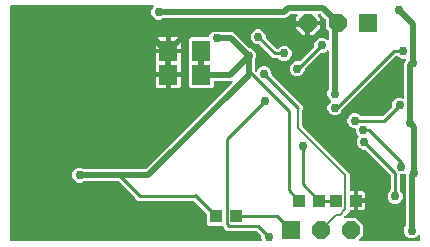
<source format=gbr>
G04 EAGLE Gerber RS-274X export*
G75*
%MOMM*%
%FSLAX34Y34*%
%LPD*%
%INBottom Copper*%
%IPPOS*%
%AMOC8*
5,1,8,0,0,1.08239X$1,22.5*%
G01*
%ADD10R,1.524000X1.524000*%
%ADD11P,1.649562X8X22.500000*%
%ADD12R,1.000000X1.100000*%
%ADD13P,1.649562X8X202.500000*%
%ADD14R,1.600000X1.800000*%
%ADD15C,0.756400*%
%ADD16C,0.254000*%
%ADD17C,0.508000*%
%ADD18C,0.304800*%
%ADD19C,0.200000*%

G36*
X222368Y10177D02*
X222368Y10177D01*
X222487Y10189D01*
X222508Y10197D01*
X222530Y10201D01*
X222638Y10249D01*
X222749Y10293D01*
X222767Y10307D01*
X222787Y10317D01*
X222877Y10394D01*
X222971Y10467D01*
X222984Y10485D01*
X223002Y10500D01*
X223067Y10600D01*
X223136Y10696D01*
X223144Y10717D01*
X223156Y10736D01*
X223191Y10849D01*
X223230Y10961D01*
X223232Y10984D01*
X223238Y11006D01*
X223240Y11124D01*
X223247Y11243D01*
X223242Y11264D01*
X223242Y11288D01*
X223192Y11467D01*
X223174Y11542D01*
X222677Y12742D01*
X222677Y14520D01*
X222664Y14615D01*
X222659Y14711D01*
X222644Y14754D01*
X222637Y14799D01*
X222598Y14886D01*
X222566Y14977D01*
X222541Y15012D01*
X222521Y15056D01*
X222438Y15153D01*
X222385Y15226D01*
X219008Y18603D01*
X218931Y18660D01*
X218860Y18725D01*
X218819Y18745D01*
X218783Y18772D01*
X218693Y18806D01*
X218606Y18848D01*
X218564Y18854D01*
X218519Y18871D01*
X218391Y18881D01*
X218302Y18895D01*
X193764Y18895D01*
X191239Y21420D01*
X189993Y22667D01*
X189916Y22724D01*
X189845Y22789D01*
X189804Y22809D01*
X189767Y22836D01*
X189677Y22870D01*
X189591Y22912D01*
X189549Y22918D01*
X189503Y22935D01*
X189376Y22945D01*
X189286Y22959D01*
X178448Y22959D01*
X176959Y24448D01*
X176959Y32378D01*
X176946Y32473D01*
X176941Y32570D01*
X176926Y32613D01*
X176919Y32658D01*
X176880Y32745D01*
X176848Y32836D01*
X176823Y32870D01*
X176803Y32915D01*
X176720Y33012D01*
X176667Y33085D01*
X165855Y43897D01*
X165778Y43954D01*
X165707Y44019D01*
X165666Y44039D01*
X165629Y44066D01*
X165539Y44100D01*
X165453Y44142D01*
X165411Y44148D01*
X165366Y44165D01*
X165238Y44175D01*
X165148Y44189D01*
X118422Y44189D01*
X115897Y46714D01*
X101984Y60627D01*
X101907Y60684D01*
X101836Y60749D01*
X101795Y60769D01*
X101759Y60796D01*
X101669Y60830D01*
X101582Y60872D01*
X101540Y60878D01*
X101495Y60895D01*
X101367Y60905D01*
X101278Y60919D01*
X73275Y60919D01*
X73180Y60906D01*
X73084Y60901D01*
X73041Y60886D01*
X72996Y60879D01*
X72908Y60840D01*
X72817Y60808D01*
X72783Y60783D01*
X72739Y60763D01*
X72641Y60680D01*
X72593Y60645D01*
X70258Y59677D01*
X67742Y59677D01*
X65418Y60640D01*
X63640Y62418D01*
X62677Y64742D01*
X62677Y67258D01*
X63640Y69582D01*
X65418Y71360D01*
X67742Y72323D01*
X70258Y72323D01*
X72591Y71356D01*
X72645Y71316D01*
X72716Y71251D01*
X72757Y71231D01*
X72794Y71204D01*
X72884Y71170D01*
X72970Y71128D01*
X73012Y71122D01*
X73058Y71105D01*
X73185Y71095D01*
X73275Y71081D01*
X124482Y71081D01*
X124577Y71094D01*
X124673Y71099D01*
X124716Y71114D01*
X124761Y71121D01*
X124848Y71160D01*
X124939Y71192D01*
X124974Y71217D01*
X125018Y71237D01*
X125115Y71320D01*
X125188Y71373D01*
X198108Y144293D01*
X198160Y144362D01*
X198219Y144426D01*
X198244Y144475D01*
X198277Y144518D01*
X198308Y144600D01*
X198347Y144677D01*
X198357Y144731D01*
X198376Y144782D01*
X198383Y144869D01*
X198399Y144954D01*
X198394Y145009D01*
X198398Y145063D01*
X198380Y145148D01*
X198372Y145235D01*
X198352Y145286D01*
X198341Y145340D01*
X198300Y145416D01*
X198268Y145497D01*
X198234Y145540D01*
X198208Y145589D01*
X198148Y145651D01*
X198094Y145719D01*
X198050Y145751D01*
X198011Y145791D01*
X197936Y145833D01*
X197865Y145884D01*
X197814Y145903D01*
X197766Y145930D01*
X197681Y145950D01*
X197600Y145979D01*
X197545Y145982D01*
X197492Y145995D01*
X197405Y145990D01*
X197318Y145995D01*
X197269Y145983D01*
X197210Y145980D01*
X197102Y145943D01*
X197019Y145923D01*
X197011Y145919D01*
X183540Y145919D01*
X183476Y145910D01*
X183412Y145911D01*
X183337Y145890D01*
X183261Y145879D01*
X183202Y145853D01*
X183140Y145836D01*
X183074Y145795D01*
X183004Y145763D01*
X182955Y145721D01*
X182900Y145688D01*
X182848Y145630D01*
X182790Y145580D01*
X182754Y145526D01*
X182711Y145478D01*
X182678Y145409D01*
X182635Y145344D01*
X182616Y145282D01*
X182588Y145225D01*
X182577Y145155D01*
X182553Y145074D01*
X182552Y144989D01*
X182541Y144920D01*
X182541Y140948D01*
X181052Y139459D01*
X162948Y139459D01*
X161459Y140948D01*
X161459Y181052D01*
X162948Y182541D01*
X177736Y182541D01*
X177800Y182550D01*
X177864Y182549D01*
X177939Y182570D01*
X178015Y182581D01*
X178074Y182607D01*
X178136Y182624D01*
X178202Y182665D01*
X178272Y182697D01*
X178321Y182739D01*
X178376Y182772D01*
X178428Y182830D01*
X178487Y182880D01*
X178522Y182934D01*
X178565Y182982D01*
X178599Y183051D01*
X178641Y183116D01*
X178660Y183178D01*
X178688Y183235D01*
X178699Y183305D01*
X178720Y183374D01*
X179698Y185736D01*
X181476Y187514D01*
X183800Y188477D01*
X186316Y188477D01*
X188650Y187510D01*
X188703Y187470D01*
X188775Y187405D01*
X188816Y187385D01*
X188852Y187358D01*
X188942Y187324D01*
X189028Y187282D01*
X189070Y187276D01*
X189116Y187259D01*
X189243Y187249D01*
X189333Y187235D01*
X197857Y187235D01*
X199724Y186461D01*
X212570Y173615D01*
X212647Y173558D01*
X212718Y173493D01*
X212759Y173473D01*
X212795Y173446D01*
X212885Y173412D01*
X212972Y173370D01*
X213014Y173364D01*
X213059Y173347D01*
X213187Y173337D01*
X213246Y173327D01*
X215582Y172360D01*
X217360Y170582D01*
X218323Y168258D01*
X218323Y165742D01*
X217356Y163409D01*
X217316Y163355D01*
X217251Y163284D01*
X217231Y163243D01*
X217204Y163206D01*
X217170Y163116D01*
X217128Y163030D01*
X217122Y162988D01*
X217105Y162942D01*
X217095Y162815D01*
X217081Y162725D01*
X217081Y154722D01*
X217094Y154627D01*
X217099Y154531D01*
X217114Y154488D01*
X217121Y154443D01*
X217160Y154356D01*
X217192Y154265D01*
X217217Y154230D01*
X217237Y154186D01*
X217320Y154089D01*
X217373Y154016D01*
X217460Y153929D01*
X217555Y153858D01*
X217646Y153783D01*
X217667Y153774D01*
X217686Y153760D01*
X217797Y153718D01*
X217905Y153671D01*
X217928Y153668D01*
X217949Y153660D01*
X218068Y153651D01*
X218185Y153637D01*
X218208Y153640D01*
X218231Y153639D01*
X218347Y153663D01*
X218464Y153682D01*
X218484Y153692D01*
X218507Y153696D01*
X218612Y153752D01*
X218718Y153803D01*
X218735Y153818D01*
X218756Y153829D01*
X218841Y153911D01*
X218929Y153990D01*
X218941Y154009D01*
X218958Y154025D01*
X219050Y154188D01*
X219090Y154253D01*
X219640Y155582D01*
X221418Y157360D01*
X223742Y158323D01*
X226258Y158323D01*
X228582Y157360D01*
X230360Y155582D01*
X231323Y153258D01*
X231323Y151480D01*
X231336Y151385D01*
X231341Y151289D01*
X231356Y151246D01*
X231363Y151201D01*
X231402Y151114D01*
X231434Y151023D01*
X231459Y150988D01*
X231479Y150944D01*
X231562Y150847D01*
X231615Y150774D01*
X257811Y124578D01*
X257811Y121414D01*
X257776Y121367D01*
X257711Y121296D01*
X257691Y121255D01*
X257664Y121219D01*
X257630Y121129D01*
X257588Y121042D01*
X257582Y121000D01*
X257565Y120955D01*
X257555Y120827D01*
X257541Y120738D01*
X257541Y107799D01*
X257554Y107704D01*
X257559Y107607D01*
X257574Y107564D01*
X257581Y107519D01*
X257620Y107432D01*
X257652Y107341D01*
X257677Y107307D01*
X257697Y107262D01*
X257780Y107165D01*
X257833Y107092D01*
X295174Y69751D01*
X297541Y67385D01*
X297541Y53340D01*
X297550Y53276D01*
X297549Y53212D01*
X297570Y53137D01*
X297581Y53061D01*
X297607Y53002D01*
X297624Y52940D01*
X297665Y52874D01*
X297697Y52804D01*
X297739Y52755D01*
X297772Y52700D01*
X297830Y52648D01*
X297880Y52590D01*
X297934Y52554D01*
X297982Y52511D01*
X298051Y52478D01*
X298116Y52435D01*
X298178Y52416D01*
X298235Y52388D01*
X298305Y52377D01*
X298386Y52353D01*
X298471Y52352D01*
X298540Y52341D01*
X301001Y52341D01*
X301001Y45300D01*
X301010Y45236D01*
X301009Y45172D01*
X301030Y45098D01*
X301041Y45021D01*
X301067Y44962D01*
X301084Y44900D01*
X301125Y44834D01*
X301157Y44764D01*
X301199Y44715D01*
X301232Y44660D01*
X301290Y44609D01*
X301340Y44550D01*
X301394Y44514D01*
X301442Y44471D01*
X301511Y44438D01*
X301576Y44395D01*
X301638Y44376D01*
X301695Y44348D01*
X301765Y44338D01*
X301846Y44313D01*
X301931Y44312D01*
X302000Y44301D01*
X303001Y44301D01*
X303001Y44299D01*
X302000Y44299D01*
X301936Y44290D01*
X301872Y44291D01*
X301797Y44270D01*
X301721Y44259D01*
X301662Y44233D01*
X301600Y44216D01*
X301534Y44175D01*
X301464Y44143D01*
X301415Y44101D01*
X301360Y44068D01*
X301308Y44010D01*
X301250Y43960D01*
X301214Y43906D01*
X301171Y43858D01*
X301138Y43789D01*
X301095Y43724D01*
X301076Y43662D01*
X301048Y43604D01*
X301038Y43535D01*
X301013Y43454D01*
X301012Y43369D01*
X301001Y43300D01*
X301001Y36259D01*
X298540Y36259D01*
X298476Y36250D01*
X298412Y36251D01*
X298337Y36230D01*
X298261Y36219D01*
X298202Y36193D01*
X298140Y36176D01*
X298074Y36135D01*
X298004Y36103D01*
X297955Y36061D01*
X297900Y36028D01*
X297848Y35970D01*
X297790Y35920D01*
X297754Y35866D01*
X297711Y35818D01*
X297678Y35749D01*
X297635Y35684D01*
X297616Y35622D01*
X297604Y35596D01*
X295174Y33167D01*
X293274Y31267D01*
X293255Y31241D01*
X293230Y31220D01*
X293170Y31128D01*
X293105Y31041D01*
X293093Y31011D01*
X293076Y30984D01*
X293044Y30879D01*
X293005Y30777D01*
X293003Y30745D01*
X292993Y30714D01*
X292992Y30605D01*
X292983Y30496D01*
X292990Y30464D01*
X292989Y30432D01*
X293019Y30327D01*
X293041Y30220D01*
X293056Y30191D01*
X293065Y30160D01*
X293122Y30067D01*
X293173Y29971D01*
X293196Y29948D01*
X293213Y29920D01*
X293294Y29847D01*
X293370Y29769D01*
X293398Y29753D01*
X293422Y29731D01*
X293520Y29684D01*
X293616Y29630D01*
X293647Y29622D01*
X293676Y29608D01*
X293765Y29594D01*
X293890Y29565D01*
X293938Y29567D01*
X293980Y29561D01*
X302709Y29561D01*
X308661Y23609D01*
X308661Y15191D01*
X305336Y11867D01*
X305317Y11841D01*
X305292Y11820D01*
X305232Y11728D01*
X305167Y11641D01*
X305155Y11611D01*
X305138Y11584D01*
X305106Y11479D01*
X305067Y11377D01*
X305065Y11345D01*
X305055Y11314D01*
X305054Y11205D01*
X305045Y11096D01*
X305052Y11064D01*
X305052Y11032D01*
X305081Y10927D01*
X305103Y10820D01*
X305118Y10791D01*
X305127Y10760D01*
X305184Y10667D01*
X305235Y10571D01*
X305258Y10548D01*
X305275Y10520D01*
X305356Y10447D01*
X305432Y10369D01*
X305460Y10353D01*
X305484Y10331D01*
X305582Y10284D01*
X305678Y10230D01*
X305709Y10222D01*
X305738Y10208D01*
X305827Y10194D01*
X305952Y10165D01*
X306001Y10167D01*
X306043Y10161D01*
X356040Y10161D01*
X356104Y10170D01*
X356168Y10169D01*
X356243Y10190D01*
X356319Y10201D01*
X356378Y10227D01*
X356440Y10244D01*
X356506Y10285D01*
X356576Y10317D01*
X356625Y10359D01*
X356680Y10392D01*
X356732Y10450D01*
X356790Y10500D01*
X356826Y10554D01*
X356869Y10602D01*
X356902Y10671D01*
X356945Y10736D01*
X356964Y10798D01*
X356992Y10855D01*
X357003Y10925D01*
X357027Y11006D01*
X357028Y11091D01*
X357039Y11160D01*
X357039Y14685D01*
X357035Y14717D01*
X357037Y14749D01*
X357015Y14856D01*
X356999Y14964D01*
X356986Y14994D01*
X356980Y15025D01*
X356928Y15122D01*
X356883Y15221D01*
X356862Y15246D01*
X356847Y15274D01*
X356771Y15353D01*
X356700Y15436D01*
X356673Y15453D01*
X356650Y15476D01*
X356555Y15530D01*
X356464Y15590D01*
X356433Y15600D01*
X356405Y15615D01*
X356299Y15641D01*
X356194Y15672D01*
X356162Y15673D01*
X356131Y15680D01*
X356021Y15675D01*
X355912Y15676D01*
X355881Y15668D01*
X355849Y15666D01*
X355746Y15630D01*
X355640Y15601D01*
X355613Y15584D01*
X355582Y15574D01*
X355509Y15520D01*
X355400Y15453D01*
X355368Y15417D01*
X355333Y15392D01*
X353582Y13640D01*
X351258Y12677D01*
X348742Y12677D01*
X346418Y13640D01*
X344640Y15418D01*
X343677Y17742D01*
X343677Y20258D01*
X344644Y22591D01*
X344684Y22645D01*
X344749Y22716D01*
X344769Y22757D01*
X344796Y22794D01*
X344830Y22884D01*
X344872Y22970D01*
X344878Y23012D01*
X344895Y23058D01*
X344905Y23185D01*
X344919Y23275D01*
X344919Y66284D01*
X344903Y66402D01*
X344891Y66520D01*
X344883Y66541D01*
X344879Y66563D01*
X344831Y66671D01*
X344787Y66782D01*
X344773Y66800D01*
X344763Y66820D01*
X344686Y66910D01*
X344613Y67004D01*
X344595Y67017D01*
X344580Y67035D01*
X344480Y67100D01*
X344384Y67169D01*
X344363Y67177D01*
X344344Y67189D01*
X344230Y67224D01*
X344119Y67264D01*
X344096Y67265D01*
X344074Y67272D01*
X343956Y67273D01*
X343837Y67280D01*
X343816Y67275D01*
X343792Y67275D01*
X343613Y67226D01*
X343538Y67207D01*
X342258Y66677D01*
X340810Y66677D01*
X340746Y66668D01*
X340682Y66669D01*
X340607Y66648D01*
X340531Y66637D01*
X340472Y66611D01*
X340410Y66594D01*
X340344Y66553D01*
X340274Y66521D01*
X340225Y66479D01*
X340170Y66446D01*
X340118Y66388D01*
X340060Y66338D01*
X340024Y66284D01*
X339981Y66236D01*
X339948Y66167D01*
X339905Y66102D01*
X339886Y66040D01*
X339858Y65983D01*
X339847Y65913D01*
X339823Y65832D01*
X339822Y65747D01*
X339811Y65678D01*
X339811Y53545D01*
X339824Y53450D01*
X339829Y53354D01*
X339844Y53311D01*
X339851Y53266D01*
X339890Y53178D01*
X339922Y53087D01*
X339947Y53053D01*
X339967Y53009D01*
X340050Y52911D01*
X340103Y52838D01*
X341360Y51582D01*
X342323Y49258D01*
X342323Y46742D01*
X341360Y44418D01*
X339582Y42640D01*
X337258Y41677D01*
X334742Y41677D01*
X332418Y42640D01*
X330640Y44418D01*
X329677Y46742D01*
X329677Y49258D01*
X330640Y51582D01*
X331897Y52838D01*
X331954Y52915D01*
X332019Y52986D01*
X332039Y53027D01*
X332066Y53064D01*
X332100Y53154D01*
X332142Y53240D01*
X332148Y53282D01*
X332165Y53328D01*
X332175Y53455D01*
X332189Y53545D01*
X332189Y66008D01*
X332176Y66103D01*
X332171Y66199D01*
X332156Y66242D01*
X332149Y66287D01*
X332110Y66374D01*
X332078Y66465D01*
X332053Y66500D01*
X332033Y66544D01*
X331950Y66641D01*
X331897Y66714D01*
X311226Y87385D01*
X311149Y87442D01*
X311078Y87507D01*
X311037Y87527D01*
X311001Y87554D01*
X310911Y87588D01*
X310824Y87630D01*
X310782Y87636D01*
X310737Y87653D01*
X310609Y87663D01*
X310520Y87677D01*
X308742Y87677D01*
X306418Y88640D01*
X304640Y90418D01*
X303677Y92742D01*
X303677Y95258D01*
X304640Y97582D01*
X304852Y97793D01*
X304890Y97845D01*
X304936Y97890D01*
X304975Y97957D01*
X305021Y98019D01*
X305044Y98079D01*
X305075Y98135D01*
X305093Y98210D01*
X305121Y98283D01*
X305126Y98347D01*
X305140Y98410D01*
X305136Y98487D01*
X305142Y98564D01*
X305129Y98627D01*
X305126Y98691D01*
X305101Y98764D01*
X305085Y98840D01*
X305055Y98897D01*
X305033Y98958D01*
X304992Y99014D01*
X304952Y99089D01*
X304893Y99150D01*
X304852Y99207D01*
X303640Y100418D01*
X302677Y102742D01*
X302677Y104678D01*
X302668Y104742D01*
X302669Y104806D01*
X302648Y104881D01*
X302637Y104957D01*
X302611Y105016D01*
X302594Y105078D01*
X302553Y105144D01*
X302521Y105214D01*
X302479Y105263D01*
X302446Y105318D01*
X302388Y105370D01*
X302338Y105428D01*
X302284Y105464D01*
X302236Y105507D01*
X302167Y105540D01*
X302102Y105583D01*
X302040Y105602D01*
X301983Y105630D01*
X301913Y105641D01*
X301832Y105665D01*
X301747Y105666D01*
X301678Y105677D01*
X300742Y105677D01*
X298418Y106640D01*
X296640Y108418D01*
X295677Y110742D01*
X295677Y113258D01*
X296640Y115582D01*
X298418Y117360D01*
X300742Y118323D01*
X303258Y118323D01*
X305582Y117360D01*
X306838Y116103D01*
X306915Y116046D01*
X306986Y115981D01*
X307027Y115961D01*
X307064Y115934D01*
X307154Y115900D01*
X307240Y115858D01*
X307282Y115852D01*
X307328Y115835D01*
X307455Y115825D01*
X307545Y115811D01*
X325008Y115811D01*
X325103Y115824D01*
X325199Y115829D01*
X325242Y115844D01*
X325287Y115851D01*
X325374Y115890D01*
X325465Y115922D01*
X325500Y115947D01*
X325544Y115967D01*
X325641Y116050D01*
X325714Y116103D01*
X333385Y123774D01*
X333442Y123851D01*
X333507Y123922D01*
X333527Y123963D01*
X333554Y123999D01*
X333588Y124089D01*
X333630Y124176D01*
X333636Y124218D01*
X333653Y124263D01*
X333663Y124391D01*
X333677Y124480D01*
X333677Y126258D01*
X334640Y128582D01*
X336418Y130360D01*
X338742Y131323D01*
X341258Y131323D01*
X342538Y130793D01*
X342652Y130763D01*
X342766Y130728D01*
X342789Y130728D01*
X342811Y130722D01*
X342929Y130726D01*
X343048Y130725D01*
X343070Y130731D01*
X343093Y130732D01*
X343205Y130768D01*
X343320Y130800D01*
X343339Y130812D01*
X343361Y130819D01*
X343459Y130886D01*
X343560Y130948D01*
X343575Y130965D01*
X343594Y130978D01*
X343669Y131069D01*
X343749Y131157D01*
X343759Y131178D01*
X343773Y131196D01*
X343820Y131305D01*
X343872Y131411D01*
X343875Y131432D01*
X343885Y131455D01*
X343907Y131639D01*
X343919Y131716D01*
X343919Y160011D01*
X344601Y161657D01*
X344612Y161697D01*
X344630Y161735D01*
X344643Y161819D01*
X344665Y161893D01*
X344665Y161908D01*
X344671Y161930D01*
X344669Y161989D01*
X344677Y162039D01*
X344677Y162258D01*
X345107Y163296D01*
X345137Y163410D01*
X345171Y163524D01*
X345172Y163547D01*
X345177Y163569D01*
X345173Y163687D01*
X345175Y163806D01*
X345169Y163828D01*
X345168Y163851D01*
X345132Y163963D01*
X345100Y164078D01*
X345088Y164097D01*
X345081Y164119D01*
X345014Y164217D01*
X344952Y164318D01*
X344935Y164333D01*
X344922Y164352D01*
X344830Y164427D01*
X344742Y164507D01*
X344722Y164517D01*
X344704Y164531D01*
X344595Y164578D01*
X344489Y164630D01*
X344467Y164633D01*
X344445Y164643D01*
X344260Y164665D01*
X344184Y164677D01*
X341742Y164677D01*
X339418Y165640D01*
X338162Y166897D01*
X338085Y166954D01*
X338014Y167019D01*
X337973Y167039D01*
X337936Y167066D01*
X337846Y167100D01*
X337760Y167142D01*
X337718Y167148D01*
X337672Y167165D01*
X337545Y167175D01*
X337455Y167189D01*
X336992Y167189D01*
X336897Y167176D01*
X336801Y167171D01*
X336758Y167156D01*
X336713Y167149D01*
X336626Y167110D01*
X336535Y167078D01*
X336500Y167053D01*
X336456Y167033D01*
X336359Y166950D01*
X336286Y166897D01*
X291599Y122209D01*
X291574Y122176D01*
X291542Y122148D01*
X291498Y122075D01*
X291429Y121984D01*
X291408Y121929D01*
X291382Y121885D01*
X290360Y119418D01*
X288582Y117640D01*
X286258Y116677D01*
X283742Y116677D01*
X281418Y117640D01*
X279640Y119418D01*
X278677Y121742D01*
X278677Y124258D01*
X279640Y126582D01*
X281352Y128293D01*
X281390Y128345D01*
X281436Y128390D01*
X281475Y128457D01*
X281521Y128519D01*
X281544Y128579D01*
X281575Y128635D01*
X281593Y128710D01*
X281621Y128783D01*
X281626Y128847D01*
X281640Y128910D01*
X281636Y128987D01*
X281642Y129064D01*
X281629Y129127D01*
X281626Y129191D01*
X281601Y129264D01*
X281585Y129340D01*
X281555Y129397D01*
X281533Y129458D01*
X281492Y129514D01*
X281452Y129589D01*
X281393Y129650D01*
X281352Y129707D01*
X279640Y131418D01*
X278677Y133742D01*
X278677Y136258D01*
X279644Y138591D01*
X279684Y138645D01*
X279749Y138716D01*
X279769Y138757D01*
X279796Y138794D01*
X279830Y138884D01*
X279872Y138970D01*
X279878Y139012D01*
X279895Y139058D01*
X279905Y139185D01*
X279919Y139275D01*
X279919Y170565D01*
X279915Y170597D01*
X279917Y170629D01*
X279895Y170736D01*
X279879Y170844D01*
X279866Y170874D01*
X279860Y170905D01*
X279808Y171002D01*
X279763Y171101D01*
X279742Y171126D01*
X279727Y171154D01*
X279651Y171233D01*
X279580Y171316D01*
X279553Y171333D01*
X279530Y171356D01*
X279435Y171410D01*
X279344Y171470D01*
X279313Y171480D01*
X279285Y171495D01*
X279179Y171521D01*
X279074Y171552D01*
X279042Y171553D01*
X279011Y171560D01*
X278901Y171555D01*
X278792Y171556D01*
X278761Y171548D01*
X278729Y171546D01*
X278626Y171510D01*
X278520Y171481D01*
X278493Y171464D01*
X278462Y171454D01*
X278389Y171400D01*
X278280Y171333D01*
X278248Y171297D01*
X278213Y171272D01*
X277582Y170640D01*
X275258Y169677D01*
X273480Y169677D01*
X273385Y169664D01*
X273289Y169659D01*
X273246Y169644D01*
X273201Y169637D01*
X273114Y169598D01*
X273023Y169566D01*
X272988Y169541D01*
X272944Y169521D01*
X272847Y169438D01*
X272774Y169385D01*
X259615Y156226D01*
X259558Y156149D01*
X259493Y156078D01*
X259473Y156037D01*
X259446Y156001D01*
X259412Y155911D01*
X259370Y155824D01*
X259364Y155782D01*
X259347Y155737D01*
X259337Y155609D01*
X259323Y155520D01*
X259323Y154742D01*
X258360Y152418D01*
X256582Y150640D01*
X254258Y149677D01*
X251742Y149677D01*
X249418Y150640D01*
X247640Y152418D01*
X246677Y154742D01*
X246677Y157258D01*
X247640Y159582D01*
X249418Y161360D01*
X251742Y162323D01*
X254343Y162323D01*
X254392Y162310D01*
X254401Y162311D01*
X254411Y162308D01*
X254543Y162315D01*
X254673Y162319D01*
X254683Y162322D01*
X254692Y162323D01*
X254817Y162366D01*
X254942Y162407D01*
X254950Y162412D01*
X254959Y162415D01*
X255021Y162461D01*
X255175Y162565D01*
X255190Y162584D01*
X255208Y162597D01*
X267385Y174774D01*
X267442Y174851D01*
X267507Y174922D01*
X267527Y174963D01*
X267554Y174999D01*
X267588Y175089D01*
X267630Y175176D01*
X267636Y175218D01*
X267653Y175263D01*
X267663Y175391D01*
X267677Y175480D01*
X267677Y177258D01*
X268640Y179582D01*
X270418Y181360D01*
X272742Y182323D01*
X275258Y182323D01*
X277582Y181360D01*
X278213Y180728D01*
X278239Y180709D01*
X278260Y180684D01*
X278352Y180624D01*
X278439Y180559D01*
X278469Y180548D01*
X278496Y180530D01*
X278601Y180498D01*
X278703Y180459D01*
X278735Y180457D01*
X278766Y180448D01*
X278875Y180446D01*
X278984Y180438D01*
X279016Y180444D01*
X279048Y180444D01*
X279153Y180473D01*
X279260Y180495D01*
X279289Y180510D01*
X279320Y180519D01*
X279413Y180576D01*
X279509Y180628D01*
X279532Y180650D01*
X279560Y180667D01*
X279633Y180748D01*
X279711Y180824D01*
X279727Y180852D01*
X279749Y180876D01*
X279796Y180975D01*
X279850Y181070D01*
X279858Y181101D01*
X279872Y181130D01*
X279886Y181220D01*
X279915Y181344D01*
X279913Y181393D01*
X279919Y181435D01*
X279919Y187497D01*
X279906Y187592D01*
X279901Y187689D01*
X279886Y187732D01*
X279879Y187777D01*
X279840Y187864D01*
X279808Y187955D01*
X279783Y187989D01*
X279763Y188034D01*
X279680Y188131D01*
X279627Y188204D01*
X277239Y190591D01*
X277239Y197362D01*
X277226Y197457D01*
X277221Y197553D01*
X277206Y197596D01*
X277199Y197641D01*
X277160Y197728D01*
X277128Y197819D01*
X277103Y197854D01*
X277083Y197898D01*
X277000Y197995D01*
X276947Y198068D01*
X273088Y201927D01*
X273011Y201984D01*
X272940Y202049D01*
X272899Y202069D01*
X272863Y202096D01*
X272773Y202130D01*
X272686Y202172D01*
X272644Y202178D01*
X272599Y202195D01*
X272471Y202205D01*
X272382Y202219D01*
X271363Y202219D01*
X271331Y202215D01*
X271298Y202217D01*
X271192Y202195D01*
X271083Y202179D01*
X271054Y202166D01*
X271022Y202160D01*
X270926Y202108D01*
X270826Y202063D01*
X270802Y202042D01*
X270773Y202027D01*
X270695Y201951D01*
X270612Y201880D01*
X270594Y201853D01*
X270571Y201830D01*
X270518Y201735D01*
X270458Y201644D01*
X270448Y201613D01*
X270432Y201585D01*
X270407Y201479D01*
X270375Y201374D01*
X270375Y201342D01*
X270367Y201311D01*
X270373Y201201D01*
X270372Y201092D01*
X270380Y201061D01*
X270382Y201029D01*
X270418Y200926D01*
X270447Y200820D01*
X270464Y200793D01*
X270474Y200762D01*
X270528Y200689D01*
X270595Y200580D01*
X270631Y200548D01*
X270656Y200513D01*
X272161Y199009D01*
X272161Y196799D01*
X263000Y196799D01*
X262937Y196790D01*
X262872Y196791D01*
X262798Y196770D01*
X262721Y196759D01*
X262662Y196733D01*
X262600Y196716D01*
X262534Y196675D01*
X262464Y196643D01*
X262415Y196601D01*
X262360Y196568D01*
X262309Y196510D01*
X262250Y196460D01*
X262214Y196406D01*
X262171Y196358D01*
X262138Y196289D01*
X262095Y196224D01*
X262076Y196162D01*
X262048Y196105D01*
X262038Y196035D01*
X262013Y195954D01*
X262012Y195869D01*
X262001Y195800D01*
X262001Y194799D01*
X261999Y194799D01*
X261999Y195800D01*
X261990Y195864D01*
X261991Y195928D01*
X261970Y196003D01*
X261959Y196079D01*
X261933Y196138D01*
X261916Y196200D01*
X261875Y196266D01*
X261843Y196336D01*
X261801Y196385D01*
X261768Y196440D01*
X261710Y196492D01*
X261660Y196550D01*
X261606Y196586D01*
X261558Y196629D01*
X261489Y196662D01*
X261424Y196705D01*
X261362Y196724D01*
X261304Y196752D01*
X261235Y196762D01*
X261154Y196787D01*
X261069Y196788D01*
X261000Y196799D01*
X251839Y196799D01*
X251839Y199009D01*
X253344Y200513D01*
X253363Y200539D01*
X253388Y200560D01*
X253448Y200652D01*
X253513Y200739D01*
X253525Y200769D01*
X253542Y200796D01*
X253574Y200901D01*
X253613Y201003D01*
X253615Y201035D01*
X253625Y201066D01*
X253626Y201175D01*
X253635Y201284D01*
X253628Y201316D01*
X253628Y201348D01*
X253599Y201453D01*
X253577Y201560D01*
X253562Y201589D01*
X253553Y201620D01*
X253496Y201713D01*
X253445Y201809D01*
X253422Y201832D01*
X253405Y201860D01*
X253324Y201933D01*
X253248Y202011D01*
X253220Y202027D01*
X253196Y202049D01*
X253098Y202096D01*
X253002Y202150D01*
X252971Y202158D01*
X252942Y202172D01*
X252853Y202186D01*
X252728Y202215D01*
X252679Y202213D01*
X252637Y202219D01*
X247818Y202219D01*
X247723Y202206D01*
X247627Y202201D01*
X247584Y202186D01*
X247539Y202179D01*
X247452Y202140D01*
X247361Y202108D01*
X247326Y202083D01*
X247282Y202063D01*
X247185Y201980D01*
X247112Y201927D01*
X244878Y199693D01*
X243011Y198919D01*
X140275Y198919D01*
X140180Y198906D01*
X140084Y198901D01*
X140041Y198886D01*
X139996Y198879D01*
X139908Y198840D01*
X139817Y198808D01*
X139783Y198783D01*
X139739Y198763D01*
X139641Y198680D01*
X139593Y198645D01*
X137258Y197677D01*
X134742Y197677D01*
X132418Y198640D01*
X130640Y200418D01*
X129677Y202742D01*
X129677Y205258D01*
X130640Y207582D01*
X131192Y208133D01*
X131211Y208159D01*
X131236Y208180D01*
X131296Y208272D01*
X131361Y208359D01*
X131372Y208389D01*
X131390Y208416D01*
X131422Y208521D01*
X131461Y208623D01*
X131463Y208655D01*
X131472Y208686D01*
X131474Y208795D01*
X131482Y208904D01*
X131476Y208936D01*
X131476Y208968D01*
X131447Y209073D01*
X131425Y209180D01*
X131410Y209209D01*
X131401Y209240D01*
X131344Y209333D01*
X131292Y209429D01*
X131270Y209452D01*
X131253Y209480D01*
X131172Y209553D01*
X131096Y209631D01*
X131068Y209647D01*
X131044Y209669D01*
X130945Y209716D01*
X130850Y209770D01*
X130819Y209778D01*
X130790Y209792D01*
X130700Y209806D01*
X130576Y209835D01*
X130527Y209833D01*
X130485Y209839D01*
X11160Y209839D01*
X11096Y209830D01*
X11032Y209831D01*
X10957Y209810D01*
X10881Y209799D01*
X10822Y209773D01*
X10760Y209756D01*
X10694Y209715D01*
X10624Y209683D01*
X10575Y209641D01*
X10520Y209608D01*
X10468Y209550D01*
X10410Y209500D01*
X10374Y209446D01*
X10331Y209398D01*
X10298Y209329D01*
X10255Y209264D01*
X10236Y209202D01*
X10208Y209145D01*
X10197Y209075D01*
X10173Y208994D01*
X10172Y208909D01*
X10161Y208840D01*
X10161Y11160D01*
X10170Y11096D01*
X10169Y11032D01*
X10190Y10957D01*
X10201Y10881D01*
X10227Y10822D01*
X10244Y10760D01*
X10285Y10694D01*
X10317Y10624D01*
X10359Y10575D01*
X10392Y10520D01*
X10450Y10468D01*
X10500Y10410D01*
X10554Y10374D01*
X10602Y10331D01*
X10671Y10298D01*
X10736Y10255D01*
X10798Y10236D01*
X10855Y10208D01*
X10925Y10197D01*
X11006Y10173D01*
X11091Y10172D01*
X11160Y10161D01*
X222251Y10161D01*
X222368Y10177D01*
G37*
%LPC*%
G36*
X240742Y162677D02*
X240742Y162677D01*
X238418Y163640D01*
X237162Y164897D01*
X237085Y164954D01*
X237014Y165019D01*
X236973Y165039D01*
X236936Y165066D01*
X236846Y165100D01*
X236760Y165142D01*
X236718Y165148D01*
X236672Y165165D01*
X236545Y165175D01*
X236455Y165189D01*
X232422Y165189D01*
X221226Y176385D01*
X221149Y176442D01*
X221078Y176507D01*
X221037Y176527D01*
X221001Y176554D01*
X220911Y176588D01*
X220824Y176630D01*
X220782Y176636D01*
X220737Y176653D01*
X220609Y176663D01*
X220520Y176677D01*
X218742Y176677D01*
X216418Y177640D01*
X214640Y179418D01*
X213677Y181742D01*
X213677Y184258D01*
X214640Y186582D01*
X216418Y188360D01*
X218742Y189323D01*
X221258Y189323D01*
X223582Y188360D01*
X225360Y186582D01*
X226323Y184258D01*
X226323Y182480D01*
X226336Y182385D01*
X226341Y182289D01*
X226356Y182246D01*
X226363Y182201D01*
X226402Y182114D01*
X226434Y182023D01*
X226459Y181988D01*
X226479Y181944D01*
X226562Y181847D01*
X226615Y181774D01*
X235286Y173103D01*
X235363Y173046D01*
X235434Y172981D01*
X235475Y172961D01*
X235511Y172934D01*
X235601Y172900D01*
X235688Y172858D01*
X235730Y172852D01*
X235775Y172835D01*
X235903Y172825D01*
X235992Y172811D01*
X236455Y172811D01*
X236550Y172824D01*
X236646Y172829D01*
X236689Y172844D01*
X236734Y172851D01*
X236822Y172890D01*
X236913Y172922D01*
X236947Y172947D01*
X236991Y172967D01*
X237089Y173050D01*
X237162Y173103D01*
X238418Y174360D01*
X240742Y175323D01*
X243258Y175323D01*
X245582Y174360D01*
X247360Y172582D01*
X248323Y170258D01*
X248323Y167742D01*
X247360Y165418D01*
X245582Y163640D01*
X243258Y162677D01*
X240742Y162677D01*
G37*
%LPD*%
%LPC*%
G36*
X145999Y152999D02*
X145999Y152999D01*
X145999Y169001D01*
X154541Y169001D01*
X154541Y161666D01*
X154432Y161259D01*
X154426Y161215D01*
X154422Y161202D01*
X154422Y161179D01*
X154419Y161153D01*
X154399Y161048D01*
X154402Y161015D01*
X154398Y160979D01*
X154422Y160832D01*
X154432Y160741D01*
X154541Y160334D01*
X154541Y152999D01*
X145999Y152999D01*
G37*
%LPD*%
%LPC*%
G36*
X133459Y152999D02*
X133459Y152999D01*
X133459Y160334D01*
X133568Y160741D01*
X133581Y160847D01*
X133601Y160952D01*
X133598Y160985D01*
X133602Y161021D01*
X133581Y161150D01*
X133581Y161175D01*
X133575Y161200D01*
X133568Y161259D01*
X133459Y161666D01*
X133459Y169001D01*
X142001Y169001D01*
X142001Y152999D01*
X133459Y152999D01*
G37*
%LPD*%
%LPC*%
G36*
X145999Y172999D02*
X145999Y172999D01*
X145999Y182541D01*
X152335Y182541D01*
X152981Y182368D01*
X153560Y182033D01*
X154033Y181560D01*
X154368Y180981D01*
X154541Y180335D01*
X154541Y172999D01*
X145999Y172999D01*
G37*
%LPD*%
%LPC*%
G36*
X145999Y139459D02*
X145999Y139459D01*
X145999Y149001D01*
X154541Y149001D01*
X154541Y141665D01*
X154368Y141019D01*
X154033Y140440D01*
X153560Y139967D01*
X152981Y139632D01*
X152335Y139459D01*
X145999Y139459D01*
G37*
%LPD*%
%LPC*%
G36*
X133459Y172999D02*
X133459Y172999D01*
X133459Y180335D01*
X133632Y180981D01*
X133967Y181560D01*
X134440Y182033D01*
X135019Y182368D01*
X135665Y182541D01*
X142001Y182541D01*
X142001Y172999D01*
X133459Y172999D01*
G37*
%LPD*%
%LPC*%
G36*
X135665Y139459D02*
X135665Y139459D01*
X135019Y139632D01*
X134440Y139967D01*
X133967Y140440D01*
X133632Y141019D01*
X133459Y141665D01*
X133459Y149001D01*
X142001Y149001D01*
X142001Y139459D01*
X135665Y139459D01*
G37*
%LPD*%
%LPC*%
G36*
X263999Y184639D02*
X263999Y184639D01*
X263999Y192801D01*
X272161Y192801D01*
X272161Y190591D01*
X266209Y184639D01*
X263999Y184639D01*
G37*
%LPD*%
%LPC*%
G36*
X257791Y184639D02*
X257791Y184639D01*
X251839Y190591D01*
X251839Y192801D01*
X260001Y192801D01*
X260001Y184639D01*
X257791Y184639D01*
G37*
%LPD*%
%LPC*%
G36*
X304999Y46299D02*
X304999Y46299D01*
X304999Y52341D01*
X308335Y52341D01*
X308981Y52168D01*
X309560Y51833D01*
X310033Y51360D01*
X310368Y50781D01*
X310541Y50135D01*
X310541Y46299D01*
X304999Y46299D01*
G37*
%LPD*%
%LPC*%
G36*
X304999Y36259D02*
X304999Y36259D01*
X304999Y42301D01*
X310541Y42301D01*
X310541Y38465D01*
X310368Y37819D01*
X310033Y37240D01*
X309560Y36767D01*
X308981Y36432D01*
X308335Y36259D01*
X304999Y36259D01*
G37*
%LPD*%
%LPC*%
G36*
X143999Y170999D02*
X143999Y170999D01*
X143999Y171001D01*
X144001Y171001D01*
X144001Y170999D01*
X143999Y170999D01*
G37*
%LPD*%
%LPC*%
G36*
X143999Y150999D02*
X143999Y150999D01*
X143999Y151001D01*
X144001Y151001D01*
X144001Y150999D01*
X143999Y150999D01*
G37*
%LPD*%
D10*
X247700Y19400D03*
D11*
X273100Y19400D03*
X298500Y19400D03*
D12*
X271900Y44300D03*
X254900Y44300D03*
X303000Y44300D03*
X286000Y44300D03*
D10*
X312800Y194800D03*
D13*
X287400Y194800D03*
X262000Y194800D03*
D14*
X144000Y151000D03*
X172000Y151000D03*
X144000Y171000D03*
X172000Y171000D03*
D12*
X201500Y31000D03*
X184500Y31000D03*
D15*
X253000Y156000D03*
D16*
X254000Y156000D02*
X274000Y176000D01*
X254000Y156000D02*
X253000Y156000D01*
D15*
X274000Y176000D03*
X71000Y121000D03*
D17*
X127000Y177000D01*
X127000Y186000D01*
D15*
X127000Y186000D03*
D17*
X144000Y171000D02*
X144000Y151000D01*
X144000Y169000D01*
X127000Y186000D01*
X71000Y121000D02*
X71000Y107000D01*
X50000Y86000D01*
X50000Y52000D01*
X81000Y21000D02*
X90000Y21000D01*
X81000Y21000D02*
X50000Y52000D01*
D15*
X324000Y49000D03*
D17*
X163000Y190000D02*
X144000Y171000D01*
X163000Y190000D02*
X197000Y190000D01*
X199000Y192000D02*
X263500Y127500D01*
X261000Y193800D02*
X262000Y194800D01*
X261000Y193800D02*
X200800Y193800D01*
X199000Y192000D01*
X197000Y190000D01*
D16*
X303000Y44300D02*
X319300Y44300D01*
X324000Y49000D01*
D17*
X263500Y106500D02*
X263500Y127500D01*
X321000Y49000D02*
X324000Y49000D01*
X271000Y99000D02*
X263500Y106500D01*
X271000Y99000D02*
X321000Y49000D01*
D15*
X333000Y157000D03*
D17*
X275000Y99000D01*
X271000Y99000D01*
D15*
X126000Y14000D03*
D18*
X97000Y14000D01*
X90000Y21000D01*
D15*
X136000Y204000D03*
D17*
X242000Y204000D01*
X245300Y207300D01*
X274900Y207300D01*
X287400Y194800D01*
D15*
X285000Y135000D03*
D17*
X285000Y192400D01*
X287400Y194800D01*
D15*
X352000Y68000D03*
D17*
X352000Y107000D01*
X349000Y110000D01*
D15*
X349000Y110000D03*
D17*
X349000Y159000D01*
X351000Y161000D01*
D15*
X351000Y161000D03*
D17*
X351000Y194058D01*
X339000Y206058D01*
D15*
X339000Y206058D03*
X350000Y19000D03*
D17*
X350000Y33000D01*
X350000Y66000D01*
X352000Y68000D01*
D15*
X69000Y66000D03*
D17*
X85000Y66000D01*
X127000Y66000D01*
X212000Y151000D02*
X212000Y167000D01*
X212000Y151000D02*
X127000Y66000D01*
D15*
X212000Y167000D03*
D17*
X196000Y151000D01*
X172000Y151000D01*
X172000Y171000D01*
D16*
X102000Y66000D02*
X85000Y66000D01*
X120000Y48000D02*
X167500Y48000D01*
X120000Y48000D02*
X102000Y66000D01*
X212000Y154000D02*
X212000Y167000D01*
X212000Y154000D02*
X245900Y120100D01*
X245900Y53300D01*
X254900Y44300D01*
D15*
X185058Y182154D03*
D17*
X196846Y182154D01*
X212000Y167000D01*
D18*
X167500Y48000D02*
X184500Y31000D01*
D15*
X220000Y183000D03*
D16*
X234000Y169000D01*
X242000Y169000D01*
D15*
X242000Y169000D03*
D16*
X225000Y152000D02*
X254000Y123000D01*
D15*
X225000Y152000D03*
D19*
X285700Y32000D02*
X273100Y19400D01*
X285700Y32000D02*
X289000Y32000D01*
X294000Y37000D01*
X294000Y65918D01*
X254000Y105918D01*
X254000Y123000D01*
D15*
X285000Y123000D03*
D16*
X287000Y123000D02*
X335000Y171000D01*
X287000Y123000D02*
X285000Y123000D01*
X335000Y171000D02*
X343000Y171000D01*
D15*
X343000Y171000D03*
X302000Y112000D03*
D16*
X327000Y112000D01*
X340000Y125000D01*
D15*
X340000Y125000D03*
X309000Y104000D03*
X341000Y73000D03*
D16*
X341000Y77300D01*
X314300Y104000D02*
X309000Y104000D01*
X314300Y104000D02*
X341000Y77300D01*
D15*
X310000Y94000D03*
D16*
X336000Y68000D01*
X336000Y48000D01*
D15*
X336000Y48000D03*
D16*
X286000Y44300D02*
X271900Y44300D01*
X258000Y58200D01*
X258000Y91000D01*
D15*
X258000Y91000D03*
X226000Y129000D03*
X229000Y14000D03*
D16*
X195343Y22706D02*
X193706Y24343D01*
X193706Y96706D02*
X226000Y129000D01*
X193706Y96706D02*
X193706Y24343D01*
X220294Y22706D02*
X229000Y14000D01*
X220294Y22706D02*
X195343Y22706D01*
X236100Y31000D02*
X247700Y19400D01*
X236100Y31000D02*
X201500Y31000D01*
M02*

</source>
